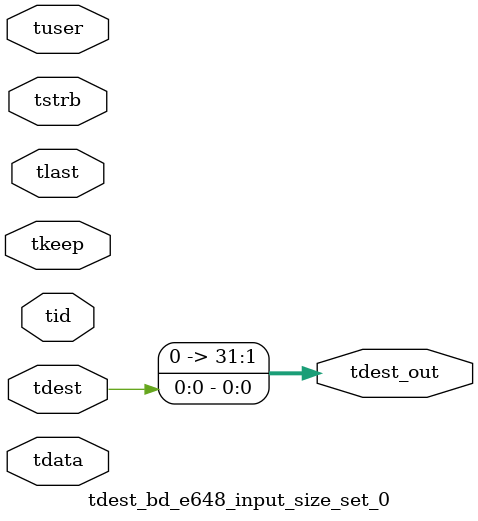
<source format=v>


`timescale 1ps/1ps

module tdest_bd_e648_input_size_set_0 #
(
parameter C_S_AXIS_TDATA_WIDTH = 32,
parameter C_S_AXIS_TUSER_WIDTH = 0,
parameter C_S_AXIS_TID_WIDTH   = 0,
parameter C_S_AXIS_TDEST_WIDTH = 0,
parameter C_M_AXIS_TDEST_WIDTH = 32
)
(
input  [(C_S_AXIS_TDATA_WIDTH == 0 ? 1 : C_S_AXIS_TDATA_WIDTH)-1:0     ] tdata,
input  [(C_S_AXIS_TUSER_WIDTH == 0 ? 1 : C_S_AXIS_TUSER_WIDTH)-1:0     ] tuser,
input  [(C_S_AXIS_TID_WIDTH   == 0 ? 1 : C_S_AXIS_TID_WIDTH)-1:0       ] tid,
input  [(C_S_AXIS_TDEST_WIDTH == 0 ? 1 : C_S_AXIS_TDEST_WIDTH)-1:0     ] tdest,
input  [(C_S_AXIS_TDATA_WIDTH/8)-1:0 ] tkeep,
input  [(C_S_AXIS_TDATA_WIDTH/8)-1:0 ] tstrb,
input                                                                    tlast,
output [C_M_AXIS_TDEST_WIDTH-1:0] tdest_out
);

assign tdest_out = {tdest[0:0]};

endmodule


</source>
